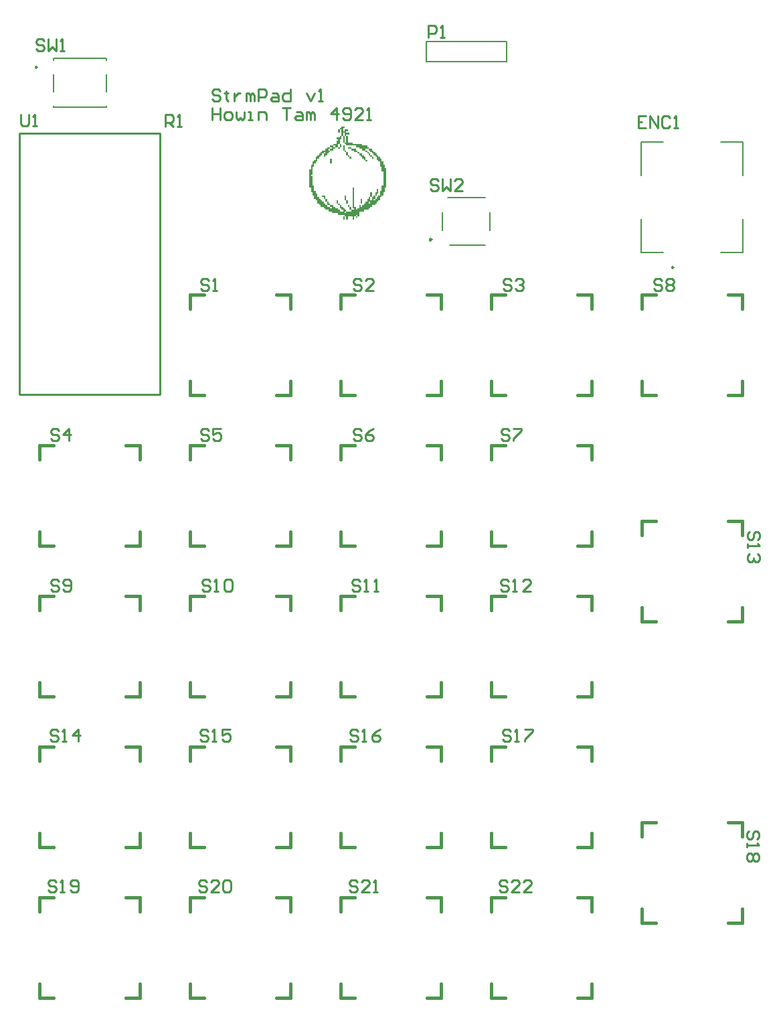
<source format=gto>
%FSTAX23Y23*%
%MOIN*%
%SFA1B1*%

%IPPOS*%
%ADD10C,0.009840*%
%ADD11C,0.015000*%
%ADD12C,0.007870*%
%ADD13C,0.010000*%
%LNnumpadpcb-1*%
%LPD*%
G36*
X16733Y09169D02*
Y09161D01*
X16725*
Y09169*
Y09177*
X16733*
Y09169*
G37*
G36*
X16741Y09137D02*
Y09129D01*
X16733*
Y09121*
Y09113*
Y09105*
X16741*
Y09097*
Y09089*
X16733*
Y09097*
Y09105*
X16725*
Y09097*
Y09089*
X16733*
Y09081*
X16725*
Y09089*
X16709*
Y09097*
X16701*
Y09105*
X16717*
Y09113*
Y09121*
X16725*
Y09129*
X16717*
Y09137*
X16733*
Y09145*
X16741*
Y09137*
G37*
G36*
X16757Y09185D02*
X16749D01*
Y09177*
Y09169*
X16757*
Y09177*
X16773*
Y09169*
X16765*
Y09161*
X16781*
Y09153*
X16765*
Y09145*
X16773*
Y09137*
Y09129*
Y09121*
Y09113*
X16797*
Y09105*
X16845*
Y09097*
X16869*
Y09089*
X16877*
Y09081*
X16893*
Y09073*
X16901*
Y09065*
X16909*
Y09057*
X16917*
Y09049*
X16925*
Y09041*
X16933*
Y09033*
X16941*
Y09025*
Y09017*
X16949*
Y09009*
Y09001*
X16957*
Y08993*
Y08985*
X16965*
Y08977*
Y08969*
Y08961*
Y08953*
Y08945*
Y08937*
Y08929*
Y08921*
Y08913*
Y08905*
Y08897*
Y08889*
X16957*
Y08881*
Y08873*
Y08865*
X16949*
Y08857*
Y08849*
X16941*
Y08841*
X16933*
Y08833*
Y08825*
X16925*
Y08817*
X16917*
Y08809*
X16909*
Y08801*
X16893*
Y08793*
X16885*
Y08785*
X16877*
Y08777*
X16853*
Y08769*
X16829*
Y08761*
Y08753*
Y08745*
X16821*
Y08753*
X16813*
Y08745*
X16821*
Y08737*
X16813*
Y08745*
X16805*
Y08737*
Y08729*
X16797*
Y08737*
Y08745*
X16773*
Y08737*
Y08729*
X16765*
Y08737*
Y08745*
X16757*
Y08753*
X16725*
Y08761*
X16693*
Y08769*
X16677*
Y08777*
X16661*
Y08785*
X16653*
Y08793*
X16637*
Y08801*
X16629*
Y08809*
X16621*
Y08817*
Y08825*
X16613*
Y08833*
X16605*
Y08841*
Y08849*
X16597*
Y08857*
Y08865*
X16589*
Y08873*
Y08881*
Y08889*
X16581*
Y08897*
Y08905*
Y08913*
Y08921*
Y08929*
Y08937*
Y08945*
Y08953*
Y08961*
Y08969*
Y08977*
X16589*
Y08985*
Y08993*
Y09001*
X16597*
Y09009*
Y09017*
X16605*
Y09025*
X16613*
Y09033*
Y09041*
X16621*
Y09049*
X16629*
Y09057*
X16637*
Y09065*
X16645*
Y09073*
X16661*
Y09081*
X16669*
Y09089*
X16685*
Y09081*
X16693*
Y09089*
X16685*
Y09097*
X16701*
Y09089*
X16709*
Y09081*
X16701*
Y09073*
X16685*
Y09081*
X16677*
Y09073*
X16685*
Y09065*
X16677*
Y09057*
X16669*
Y09049*
X16661*
Y09041*
X16653*
Y09049*
Y09057*
X16645*
Y09049*
X16637*
Y09041*
X16629*
Y09033*
X16621*
Y09025*
Y09017*
X16613*
Y09009*
X16605*
Y09001*
Y08993*
X16597*
Y08985*
Y08977*
Y08969*
Y08961*
Y08953*
X16589*
Y08945*
X16597*
Y08937*
Y08929*
Y08921*
Y08913*
Y08905*
Y08897*
X16605*
Y08889*
Y08881*
Y08873*
X16613*
Y08865*
Y08857*
X16621*
Y08849*
Y08841*
X16629*
Y08833*
X16637*
Y08825*
X16645*
Y08817*
X16653*
Y08809*
X16661*
Y08801*
X16669*
Y08793*
X16685*
Y08785*
X16693*
Y08793*
X16685*
Y08801*
X16669*
Y08809*
Y08817*
X16661*
Y08825*
Y08833*
X16653*
Y08841*
X16645*
Y08849*
X16661*
Y08841*
Y08833*
X16669*
Y08825*
Y08817*
X16677*
Y08809*
X16685*
Y08801*
X16701*
Y08793*
X16709*
Y08785*
X16725*
Y08777*
X16733*
Y08769*
X16749*
Y08777*
X16741*
Y08785*
X16733*
Y08793*
Y08801*
X16725*
Y08809*
X16717*
Y08817*
Y08825*
X16725*
Y08817*
Y08809*
X16733*
Y08801*
X16741*
Y08793*
X16749*
Y08785*
X16757*
Y08777*
X16765*
Y08769*
X16789*
Y08777*
X16781*
Y08785*
Y08793*
X16773*
Y08801*
X16781*
Y08793*
X16789*
Y08785*
Y08777*
X16805*
Y08785*
X16797*
Y08793*
Y08801*
Y08809*
Y08817*
Y08825*
Y08833*
Y08841*
Y08849*
Y08857*
Y08865*
Y08873*
Y08881*
Y08889*
X16805*
Y08881*
Y08873*
Y08865*
Y08857*
Y08849*
Y08841*
Y08833*
Y08825*
Y08817*
Y08809*
Y08801*
Y08793*
X16813*
Y08785*
Y08777*
X16821*
Y08785*
X16829*
Y08793*
Y08801*
X16837*
Y08793*
X16845*
Y08801*
X16853*
Y08809*
X16861*
Y08817*
X16869*
Y08825*
Y08833*
X16877*
Y08841*
X16885*
Y08833*
Y08825*
X16893*
Y08833*
Y08841*
X16885*
Y08849*
Y08857*
Y08865*
X16893*
Y08857*
Y08849*
Y08841*
X16901*
Y08849*
X16909*
Y08841*
Y08833*
X16917*
Y08841*
X16925*
Y08849*
X16933*
Y08857*
Y08865*
Y08873*
X16941*
Y08881*
Y08889*
Y08897*
X16949*
Y08905*
Y08913*
Y08921*
Y08929*
Y08937*
Y08945*
Y08953*
Y08961*
Y08969*
X16941*
Y08977*
Y08985*
Y08993*
X16933*
Y09001*
Y09009*
Y09017*
X16925*
Y09025*
X16917*
Y09033*
Y09041*
X16909*
Y09049*
X16901*
Y09057*
X16893*
Y09065*
X16885*
Y09073*
X16877*
Y09081*
X16861*
Y09073*
X16869*
Y09065*
X16877*
Y09057*
X16885*
Y09049*
X16893*
Y09041*
X16901*
Y09033*
X16893*
Y09041*
X16885*
Y09049*
X16877*
Y09057*
X16869*
Y09065*
X16861*
Y09073*
X16845*
Y09081*
X16829*
Y09089*
X16813*
Y09097*
X16765*
Y09105*
X16757*
Y09113*
X16749*
Y09121*
Y09129*
Y09137*
Y09145*
X16741*
Y09153*
Y09161*
Y09169*
Y09177*
X16733*
Y09185*
X16741*
Y09193*
X16757*
Y09185*
G37*
G36*
Y09089D02*
Y09081D01*
Y09073*
X16765*
Y09065*
X16773*
Y09057*
Y09049*
X16781*
Y09041*
X16789*
Y09033*
X16781*
Y09041*
X16773*
Y09049*
X16765*
Y09057*
Y09065*
X16757*
Y09073*
X16749*
Y09081*
Y09089*
Y09097*
X16757*
Y09089*
G37*
G36*
X16789Y09081D02*
X16813D01*
Y09073*
X16821*
Y09065*
X16829*
Y09057*
X16845*
Y09049*
X16853*
Y09041*
X16861*
Y09033*
Y09025*
X16869*
Y09017*
X16861*
Y09025*
X16853*
Y09033*
X16845*
Y09041*
X16837*
Y09049*
X16829*
Y09057*
X16821*
Y09065*
X16805*
Y09073*
X16789*
Y09081*
X16773*
Y09089*
X16789*
Y09081*
G37*
G36*
X16693Y09025D02*
Y09017D01*
Y09009*
X16685*
Y09017*
Y09025*
Y09033*
X16693*
Y09025*
G37*
G36*
X16925Y08873D02*
Y08865D01*
Y08857*
X16917*
Y08849*
X16909*
Y08857*
Y08865*
X16917*
Y08873*
Y08881*
X16925*
Y08873*
G37*
G36*
X16845Y08825D02*
Y08817D01*
Y08809*
X16837*
Y08817*
Y08825*
Y08833*
X16845*
Y08825*
G37*
G36*
X16765Y08841D02*
Y08833D01*
Y08825*
X16773*
Y08817*
Y08809*
X16765*
Y08817*
Y08825*
X16757*
Y08833*
Y08841*
Y08849*
X16765*
Y08841*
G37*
G36*
X16757Y08737D02*
Y08729D01*
X16749*
Y08737*
Y08745*
X16757*
Y08737*
G37*
%LNnumpadpcb-2*%
%LPC*%
G36*
X16757Y09161D02*
X16749D01*
Y09153*
Y09145*
X16757*
Y09137*
Y09129*
Y09121*
Y09113*
X16765*
Y09121*
Y09129*
Y09137*
Y09145*
X16757*
Y09153*
Y09161*
G37*
G36*
X16661Y09065D02*
X16653D01*
Y09057*
X16661*
Y09065*
G37*
G36*
X16909Y08833D02*
X16901D01*
Y08825*
X16909*
Y08833*
G37*
G36*
X16885Y08817D02*
X16877D01*
Y08809*
X16885*
Y08817*
G37*
G36*
X16765Y08769D02*
X16757D01*
Y08761*
X16765*
Y08769*
G37*
%LNnumpadpcb-3*%
%LPD*%
G54D10*
X18394Y08492D02*
X18387Y08496D01*
Y08487*
X18394Y08492*
X17189Y08631D02*
X17182Y08635D01*
Y08626*
X17189Y08631*
X15224Y09489D02*
X15217Y09493D01*
Y09484*
X15224Y09489*
G54D11*
X18668Y05727D02*
X18738D01*
X18238D02*
X18308D01*
X18238Y05657D02*
Y05727D01*
Y05227D02*
Y05297D01*
Y05227D02*
X18308D01*
X18668D02*
X18738D01*
Y05297*
Y05657D02*
Y05727D01*
X17488Y05284D02*
Y05354D01*
Y04854D02*
Y04924D01*
Y04854D02*
X17558D01*
X17918D02*
X17988D01*
Y04924*
Y05284D02*
Y05354D01*
X17918D02*
X17988D01*
X17488D02*
X17558D01*
X16738Y05284D02*
Y05354D01*
Y04854D02*
Y04924D01*
Y04854D02*
X16808D01*
X17168D02*
X17238D01*
Y04924*
Y05284D02*
Y05354D01*
X17168D02*
X17238D01*
X16738D02*
X16808D01*
X15988Y05284D02*
Y05354D01*
Y04854D02*
Y04924D01*
Y04854D02*
X16058D01*
X16418D02*
X16488D01*
Y04924*
Y05284D02*
Y05354D01*
X16418D02*
X16488D01*
X15988D02*
X16058D01*
X15238Y05284D02*
Y05354D01*
Y04854D02*
Y04924D01*
Y04854D02*
X15308D01*
X15668D02*
X15738D01*
Y04924*
Y05284D02*
Y05354D01*
X15668D02*
X15738D01*
X15238D02*
X15308D01*
X15238Y06034D02*
Y06104D01*
Y05604D02*
Y05674D01*
Y05604D02*
X15308D01*
X15668D02*
X15738D01*
Y05674*
Y06034D02*
Y06104D01*
X15668D02*
X15738D01*
X15238D02*
X15308D01*
X15988Y06034D02*
Y06104D01*
Y05604D02*
Y05674D01*
Y05604D02*
X16058D01*
X16418D02*
X16488D01*
Y05674*
Y06034D02*
Y06104D01*
X16418D02*
X16488D01*
X15988D02*
X16058D01*
X16738Y06034D02*
Y06104D01*
Y05604D02*
Y05674D01*
Y05604D02*
X16808D01*
X17168D02*
X17238D01*
Y05674*
Y06034D02*
Y06104D01*
X17168D02*
X17238D01*
X16738D02*
X16808D01*
X17488Y06034D02*
Y06104D01*
Y05604D02*
Y05674D01*
Y05604D02*
X17558D01*
X17918D02*
X17988D01*
Y05674*
Y06034D02*
Y06104D01*
X17918D02*
X17988D01*
X17488D02*
X17558D01*
X17488Y06784D02*
Y06854D01*
Y06354D02*
Y06424D01*
Y06354D02*
X17558D01*
X17918D02*
X17988D01*
Y06424*
Y06784D02*
Y06854D01*
X17918D02*
X17988D01*
X17488D02*
X17558D01*
X16738Y06784D02*
Y06854D01*
Y06354D02*
Y06424D01*
Y06354D02*
X16808D01*
X17168D02*
X17238D01*
Y06424*
Y06784D02*
Y06854D01*
X17168D02*
X17238D01*
X16738D02*
X16808D01*
X15988Y06784D02*
Y06854D01*
Y06354D02*
Y06424D01*
Y06354D02*
X16058D01*
X16418D02*
X16488D01*
Y06424*
Y06784D02*
Y06854D01*
X16418D02*
X16488D01*
X15988D02*
X16058D01*
X15238Y06784D02*
Y06854D01*
Y06354D02*
Y06424D01*
Y06354D02*
X15308D01*
X15668D02*
X15738D01*
Y06424*
Y06784D02*
Y06854D01*
X15668D02*
X15738D01*
X15238D02*
X15308D01*
X15238Y07604D02*
X15308D01*
X15668D02*
X15738D01*
Y07534D02*
Y07604D01*
Y07104D02*
Y07174D01*
X15668Y07104D02*
X15738D01*
X15238D02*
X15308D01*
X15238D02*
Y07174D01*
Y07534D02*
Y07604D01*
X15988Y07534D02*
Y07604D01*
Y07104D02*
Y07174D01*
Y07104D02*
X16058D01*
X16418D02*
X16488D01*
Y07174*
Y07534D02*
Y07604D01*
X16418D02*
X16488D01*
X15988D02*
X16058D01*
X16738Y07534D02*
Y07604D01*
Y07104D02*
Y07174D01*
Y07104D02*
X16808D01*
X17168D02*
X17238D01*
Y07174*
Y07534D02*
Y07604D01*
X17168D02*
X17238D01*
X16738D02*
X16808D01*
X17488Y07534D02*
Y07604D01*
Y07104D02*
Y07174D01*
Y07104D02*
X17558D01*
X17918D02*
X17988D01*
Y07174*
Y07534D02*
Y07604D01*
X17918D02*
X17988D01*
X17488D02*
X17558D01*
X18668Y07227D02*
X18738D01*
X18238D02*
X18308D01*
X18238Y07157D02*
Y07227D01*
Y06727D02*
Y06797D01*
Y06727D02*
X18308D01*
X18668D02*
X18738D01*
Y06797*
Y07157D02*
Y07227D01*
X18238Y08354D02*
X18308D01*
X18668D02*
X18738D01*
Y08284D02*
Y08354D01*
Y07854D02*
Y07924D01*
X18668Y07854D02*
X18738D01*
X18238D02*
X18308D01*
X18238D02*
Y07924D01*
Y08284D02*
Y08354D01*
X17488D02*
X17558D01*
X17918D02*
X17988D01*
Y08284D02*
Y08354D01*
Y07854D02*
Y07924D01*
X17918Y07854D02*
X17988D01*
X17488D02*
X17558D01*
X17488D02*
Y07924D01*
Y08284D02*
Y08354D01*
X16738D02*
X16808D01*
X17168D02*
X17238D01*
Y08284D02*
Y08354D01*
Y07854D02*
Y07924D01*
X17168Y07854D02*
X17238D01*
X16738D02*
X16808D01*
X16738D02*
Y07924D01*
Y08284D02*
Y08354D01*
X15988D02*
X16058D01*
X16418D02*
X16488D01*
Y08284D02*
Y08354D01*
Y07854D02*
Y07924D01*
X16418Y07854D02*
X16488D01*
X15988D02*
X16058D01*
X15988D02*
Y07924D01*
Y08284D02*
Y08354D01*
G54D12*
X18234Y08947D02*
Y09114D01*
Y08566D02*
Y08733D01*
X18631Y08566D02*
X18742D01*
X18234D02*
X18344D01*
X18742Y08947D02*
Y09114D01*
Y08566D02*
Y08733D01*
X18631Y09114D02*
X18742D01*
X18234D02*
X18344D01*
X17563Y09515D02*
Y09615D01*
X17163Y09515D02*
X17563D01*
X17163Y09615D02*
X17563D01*
X17163Y09515D02*
Y09615D01*
X17481Y08675D02*
Y08764D01*
X1727Y08837D02*
X17457D01*
X17245Y08676D02*
Y08764D01*
X17281Y08601D02*
X17457D01*
X15307Y09522D02*
Y09531D01*
Y09365D02*
Y09453D01*
Y09287D02*
Y09296D01*
Y09287D02*
X1557D01*
Y09522D02*
Y09531D01*
Y09365D02*
Y09453D01*
Y09287D02*
Y09296D01*
X15307Y09531D02*
X1557D01*
G54D13*
X15138Y07858D02*
Y09158D01*
Y07858D02*
X15838D01*
Y09158*
X15138D02*
X15838D01*
X16136Y0937D02*
X16126Y0938D01*
X16106*
X16096Y0937*
Y0936*
X16106Y0935*
X16126*
X16136Y0934*
Y0933*
X16126Y0932*
X16106*
X16096Y0933*
X16166Y0937D02*
Y0936D01*
X16156*
X16176*
X16166*
Y0933*
X16176Y0932*
X16206Y0936D02*
Y0932D01*
Y0934*
X16216Y0935*
X16226Y0936*
X16236*
X16266Y0932D02*
Y0936D01*
X16276*
X16286Y0935*
Y0932*
Y0935*
X16296Y0936*
X16306Y0935*
Y0932*
X16326D02*
Y0938D01*
X16356*
X16366Y0937*
Y0935*
X16356Y0934*
X16326*
X16396Y0936D02*
X16416D01*
X16426Y0935*
Y0932*
X16396*
X16386Y0933*
X16396Y0934*
X16426*
X16486Y0938D02*
Y0932D01*
X16456*
X16446Y0933*
Y0935*
X16456Y0936*
X16486*
X16566D02*
X16586Y0932D01*
X16606Y0936*
X16626Y0932D02*
X16646D01*
X16636*
Y0938*
X16626Y0937*
X16096Y09284D02*
Y09224D01*
Y09254*
X16136*
Y09284*
Y09224*
X16166D02*
X16186D01*
X16196Y09234*
Y09254*
X16186Y09264*
X16166*
X16156Y09254*
Y09234*
X16166Y09224*
X16216Y09264D02*
Y09234D01*
X16226Y09224*
X16236Y09234*
X16246Y09224*
X16256Y09234*
Y09264*
X16276Y09224D02*
X16296D01*
X16286*
Y09264*
X16276*
X16326Y09224D02*
Y09264D01*
X16356*
X16366Y09254*
Y09224*
X16446Y09284D02*
X16486D01*
X16466*
Y09224*
X16516Y09264D02*
X16536D01*
X16546Y09254*
Y09224*
X16516*
X16506Y09234*
X16516Y09244*
X16546*
X16566Y09224D02*
Y09264D01*
X16576*
X16586Y09254*
Y09224*
Y09254*
X16596Y09264*
X16606Y09254*
Y09224*
X16716D02*
Y09284D01*
X16686Y09254*
X16726*
X16746Y09234D02*
X16756Y09224D01*
X16776*
X16786Y09234*
Y09274*
X16776Y09284*
X16756*
X16746Y09274*
Y09264*
X16756Y09254*
X16786*
X16846Y09224D02*
X16806D01*
X16846Y09264*
Y09274*
X16836Y09284*
X16816*
X16806Y09274*
X16866Y09224D02*
X16886D01*
X16876*
Y09284*
X16866Y09274*
X15144Y09253D02*
Y09204D01*
X15154Y09194*
X15173*
X15183Y09204*
Y09253*
X15203Y09194D02*
X15223D01*
X15213*
Y09253*
X15203Y09243*
X15864Y09191D02*
Y09251D01*
X15894*
X15904Y09241*
Y09221*
X15894Y09211*
X15864*
X15884D02*
X15904Y09191D01*
X15924D02*
X15944D01*
X15934*
Y09251*
X15924Y09241*
X17224Y08922D02*
X17214Y08932D01*
X17195*
X17185Y08922*
Y08912*
X17195Y08902*
X17214*
X17224Y08892*
Y08883*
X17214Y08873*
X17195*
X17185Y08883*
X17244Y08932D02*
Y08873D01*
X17264Y08892*
X17284Y08873*
Y08932*
X17344Y08873D02*
X17304D01*
X17344Y08912*
Y08922*
X17334Y08932*
X17314*
X17304Y08922*
X18336Y08425D02*
X18326Y08435D01*
X18306*
X18296Y08425*
Y08415*
X18306Y08405*
X18326*
X18336Y08395*
Y08385*
X18326Y08375*
X18306*
X18296Y08385*
X18356Y08425D02*
X18366Y08435D01*
X18386*
X18396Y08425*
Y08415*
X18386Y08405*
X18396Y08395*
Y08385*
X18386Y08375*
X18366*
X18356Y08385*
Y08395*
X18366Y08405*
X18356Y08415*
Y08425*
X18366Y08405D02*
X18386D01*
X16082Y08425D02*
X16072Y08435D01*
X16052*
X16042Y08425*
Y08415*
X16052Y08405*
X16072*
X16082Y08395*
Y08385*
X16072Y08375*
X16052*
X16042Y08385*
X16102Y08375D02*
X16122D01*
X16112*
Y08435*
X16102Y08425*
X18258Y09244D02*
X18219D01*
Y09185*
X18258*
X18219Y09214D02*
X18238D01*
X18278Y09185D02*
Y09244D01*
X18318Y09185*
Y09244*
X18378Y09234D02*
X18368Y09244D01*
X18348*
X18338Y09234*
Y09195*
X18348Y09185*
X18368*
X18378Y09195*
X18398Y09185D02*
X18418D01*
X18408*
Y09244*
X18398Y09234*
X15259Y09618D02*
X15249Y09628D01*
X1523*
X1522Y09618*
Y09608*
X1523Y09598*
X15249*
X15259Y09588*
Y09579*
X15249Y09569*
X1523*
X1522Y09579*
X15279Y09628D02*
Y09569D01*
X15299Y09588*
X15319Y09569*
Y09628*
X15339Y09569D02*
X15359D01*
X15349*
Y09628*
X15339Y09618*
X17568Y05433D02*
X17558Y05443D01*
X17538*
X17528Y05433*
Y05423*
X17538Y05413*
X17558*
X17568Y05403*
Y05393*
X17558Y05383*
X17538*
X17528Y05393*
X17628Y05383D02*
X17588D01*
X17628Y05423*
Y05433*
X17618Y05443*
X17598*
X17588Y05433*
X17688Y05383D02*
X17648D01*
X17688Y05423*
Y05433*
X17678Y05443*
X17658*
X17648Y05433*
X1682D02*
X1681Y05443D01*
X1679*
X1678Y05433*
Y05423*
X1679Y05413*
X1681*
X1682Y05403*
Y05393*
X1681Y05383*
X1679*
X1678Y05393*
X1688Y05383D02*
X1684D01*
X1688Y05423*
Y05433*
X1687Y05443*
X1685*
X1684Y05433*
X169Y05383D02*
X1692D01*
X1691*
Y05443*
X169Y05433*
X16072D02*
X16062Y05443D01*
X16042*
X16032Y05433*
Y05423*
X16042Y05413*
X16062*
X16072Y05403*
Y05393*
X16062Y05383*
X16042*
X16032Y05393*
X16132Y05383D02*
X16092D01*
X16132Y05423*
Y05433*
X16122Y05443*
X16102*
X16092Y05433*
X16152D02*
X16162Y05443D01*
X16182*
X16192Y05433*
Y05393*
X16182Y05383*
X16162*
X16152Y05393*
Y05433*
X15319D02*
X15309Y05443D01*
X15289*
X15279Y05433*
Y05423*
X15289Y05413*
X15309*
X15319Y05403*
Y05393*
X15309Y05383*
X15289*
X15279Y05393*
X15339Y05383D02*
X15359D01*
X15349*
Y05443*
X15339Y05433*
X15389Y05393D02*
X15399Y05383D01*
X15419*
X15429Y05393*
Y05433*
X15419Y05443*
X15399*
X15389Y05433*
Y05423*
X15399Y05413*
X15429*
X18809Y05644D02*
X18819Y05654D01*
Y05674*
X18809Y05684*
X18799*
X18789Y05674*
Y05654*
X18779Y05644*
X18769*
X18759Y05654*
Y05674*
X18769Y05684*
X18759Y05624D02*
Y05604D01*
Y05614*
X18819*
X18809Y05624*
Y05574D02*
X18819Y05564D01*
Y05544*
X18809Y05534*
X18799*
X18789Y05544*
X18779Y05534*
X18769*
X18759Y05544*
Y05564*
X18769Y05574*
X18779*
X18789Y05564*
X18799Y05574*
X18809*
X18789Y05564D02*
Y05544D01*
X17583Y06181D02*
X17573Y06191D01*
X17553*
X17543Y06181*
Y06171*
X17553Y06161*
X17573*
X17583Y06151*
Y06141*
X17573Y06131*
X17553*
X17543Y06141*
X17603Y06131D02*
X17623D01*
X17613*
Y06191*
X17603Y06181*
X17653Y06191D02*
X17693D01*
Y06181*
X17653Y06141*
Y06131*
X16825Y06181D02*
X16815Y06191D01*
X16795*
X16785Y06181*
Y06171*
X16795Y06161*
X16815*
X16825Y06151*
Y06141*
X16815Y06131*
X16795*
X16785Y06141*
X16845Y06131D02*
X16865D01*
X16855*
Y06191*
X16845Y06181*
X16935Y06191D02*
X16915Y06181D01*
X16895Y06161*
Y06141*
X16905Y06131*
X16925*
X16935Y06141*
Y06151*
X16925Y06161*
X16895*
X16077Y06181D02*
X16067Y06191D01*
X16047*
X16037Y06181*
Y06171*
X16047Y06161*
X16067*
X16077Y06151*
Y06141*
X16067Y06131*
X16047*
X16037Y06141*
X16097Y06131D02*
X16117D01*
X16107*
Y06191*
X16097Y06181*
X16187Y06191D02*
X16147D01*
Y06161*
X16167Y06171*
X16177*
X16187Y06161*
Y06141*
X16177Y06131*
X16157*
X16147Y06141*
X15329Y06181D02*
X15319Y06191D01*
X15299*
X15289Y06181*
Y06171*
X15299Y06161*
X15319*
X15329Y06151*
Y06141*
X15319Y06131*
X15299*
X15289Y06141*
X15349Y06131D02*
X15369D01*
X15359*
Y06191*
X15349Y06181*
X15429Y06131D02*
Y06191D01*
X15399Y06161*
X15439*
X18815Y07134D02*
X18825Y07144D01*
Y07164*
X18815Y07174*
X18805*
X18795Y07164*
Y07144*
X18785Y07134*
X18775*
X18765Y07144*
Y07164*
X18775Y07174*
X18765Y07114D02*
Y07094D01*
Y07104*
X18825*
X18815Y07114*
Y07064D02*
X18825Y07054D01*
Y07034*
X18815Y07024*
X18805*
X18795Y07034*
Y07044*
Y07034*
X18785Y07024*
X18775*
X18765Y07034*
Y07054*
X18775Y07064*
X17573Y06929D02*
X17563Y06939D01*
X17543*
X17533Y06929*
Y06919*
X17543Y06909*
X17563*
X17573Y06899*
Y06889*
X17563Y06879*
X17543*
X17533Y06889*
X17593Y06879D02*
X17613D01*
X17603*
Y06939*
X17593Y06929*
X17683Y06879D02*
X17643D01*
X17683Y06919*
Y06929*
X17673Y06939*
X17653*
X17643Y06929*
X16835D02*
X16825Y06939D01*
X16805*
X16795Y06929*
Y06919*
X16805Y06909*
X16825*
X16835Y06899*
Y06889*
X16825Y06879*
X16805*
X16795Y06889*
X16855Y06879D02*
X16875D01*
X16865*
Y06939*
X16855Y06929*
X16905Y06879D02*
X16925D01*
X16915*
Y06939*
X16905Y06929*
X16087D02*
X16077Y06939D01*
X16057*
X16047Y06929*
Y06919*
X16057Y06909*
X16077*
X16087Y06899*
Y06889*
X16077Y06879*
X16057*
X16047Y06889*
X16107Y06879D02*
X16127D01*
X16117*
Y06939*
X16107Y06929*
X16157D02*
X16167Y06939D01*
X16187*
X16197Y06929*
Y06889*
X16187Y06879*
X16167*
X16157Y06889*
Y06929*
X15334D02*
X15324Y06939D01*
X15304*
X15294Y06929*
Y06919*
X15304Y06909*
X15324*
X15334Y06899*
Y06889*
X15324Y06879*
X15304*
X15294Y06889*
X15354D02*
X15364Y06879D01*
X15384*
X15394Y06889*
Y06929*
X15384Y06939*
X15364*
X15354Y06929*
Y06919*
X15364Y06909*
X15394*
X17578Y07677D02*
X17568Y07687D01*
X17548*
X17538Y07677*
Y07667*
X17548Y07657*
X17568*
X17578Y07647*
Y07637*
X17568Y07627*
X17548*
X17538Y07637*
X17598Y07687D02*
X17638D01*
Y07677*
X17598Y07637*
Y07627*
X1684Y07677D02*
X1683Y07687D01*
X1681*
X168Y07677*
Y07667*
X1681Y07657*
X1683*
X1684Y07647*
Y07637*
X1683Y07627*
X1681*
X168Y07637*
X169Y07687D02*
X1688Y07677D01*
X1686Y07657*
Y07637*
X1687Y07627*
X1689*
X169Y07637*
Y07647*
X1689Y07657*
X1686*
X16082Y07677D02*
X16072Y07687D01*
X16052*
X16042Y07677*
Y07667*
X16052Y07657*
X16072*
X16082Y07647*
Y07637*
X16072Y07627*
X16052*
X16042Y07637*
X16142Y07687D02*
X16102D01*
Y07657*
X16122Y07667*
X16132*
X16142Y07657*
Y07637*
X16132Y07627*
X16112*
X16102Y07637*
X15334Y07677D02*
X15324Y07687D01*
X15304*
X15294Y07677*
Y07667*
X15304Y07657*
X15324*
X15334Y07647*
Y07637*
X15324Y07627*
X15304*
X15294Y07637*
X15384Y07627D02*
Y07687D01*
X15354Y07657*
X15394*
X17588Y08425D02*
X17578Y08435D01*
X17558*
X17548Y08425*
Y08415*
X17558Y08405*
X17578*
X17588Y08395*
Y08385*
X17578Y08375*
X17558*
X17548Y08385*
X17608Y08425D02*
X17618Y08435D01*
X17638*
X17648Y08425*
Y08415*
X17638Y08405*
X17628*
X17638*
X17648Y08395*
Y08385*
X17638Y08375*
X17618*
X17608Y08385*
X1684Y08425D02*
X1683Y08435D01*
X1681*
X168Y08425*
Y08415*
X1681Y08405*
X1683*
X1684Y08395*
Y08385*
X1683Y08375*
X1681*
X168Y08385*
X169Y08375D02*
X1686D01*
X169Y08415*
Y08425*
X1689Y08435*
X1687*
X1686Y08425*
X17174Y09635D02*
Y09695D01*
X17204*
X17214Y09685*
Y09665*
X17204Y09655*
X17174*
X17234Y09635D02*
X17254D01*
X17244*
Y09695*
X17234Y09685*
M02*
</source>
